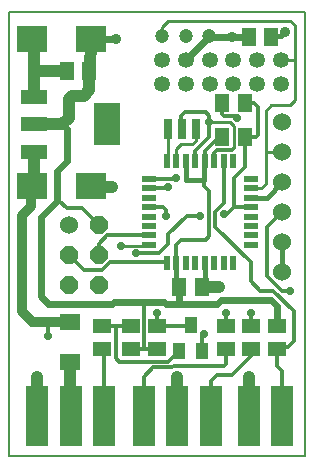
<source format=gtl>
G75*
%MOIN*%
%OFA0B0*%
%FSLAX24Y24*%
%IPPOS*%
%LPD*%
%AMOC8*
5,1,8,0,0,1.08239X$1,22.5*
%
%ADD10C,0.0080*%
%ADD11R,0.0512X0.0591*%
%ADD12R,0.0276X0.0669*%
%ADD13R,0.0220X0.0500*%
%ADD14R,0.0500X0.0220*%
%ADD15C,0.0600*%
%ADD16R,0.0709X0.0551*%
%ADD17R,0.0591X0.0512*%
%ADD18R,0.1024X0.0866*%
%ADD19R,0.0394X0.0551*%
%ADD20R,0.0720X0.2000*%
%ADD21R,0.0880X0.0480*%
%ADD22R,0.0866X0.1417*%
%ADD23C,0.0472*%
%ADD24C,0.0531*%
%ADD25OC8,0.0600*%
%ADD26C,0.0160*%
%ADD27C,0.0100*%
%ADD28C,0.0400*%
%ADD29C,0.0356*%
%ADD30C,0.0120*%
%ADD31C,0.0277*%
%ADD32C,0.0240*%
%ADD33C,0.0320*%
D10*
X003400Y002400D02*
X013264Y002400D01*
X013264Y017194D01*
X003400Y017194D01*
X003400Y002400D01*
D11*
X009088Y008025D03*
X009837Y008025D03*
X010526Y013025D03*
X011274Y013025D03*
X011274Y014150D03*
X010526Y014150D03*
X011403Y016355D03*
X012151Y016355D03*
X006087Y015213D03*
X005338Y015213D03*
D12*
X008703Y013275D03*
X009175Y013275D03*
X009647Y013275D03*
D13*
X009618Y012215D03*
X009932Y012215D03*
X010247Y012215D03*
X010562Y012215D03*
X010877Y012215D03*
X009303Y012215D03*
X008988Y012215D03*
X008673Y012215D03*
X008673Y008835D03*
X008988Y008835D03*
X009303Y008835D03*
X009618Y008835D03*
X009932Y008835D03*
X010247Y008835D03*
X010562Y008835D03*
X010877Y008835D03*
D14*
X011465Y009423D03*
X011465Y009738D03*
X011465Y010053D03*
X011465Y010368D03*
X011465Y010682D03*
X011465Y010997D03*
X011465Y011312D03*
X011465Y011627D03*
X008085Y011627D03*
X008085Y011312D03*
X008085Y010997D03*
X008085Y010682D03*
X008085Y010368D03*
X008085Y010053D03*
X008085Y009738D03*
X008085Y009423D03*
D15*
X005400Y010088D03*
X012525Y010525D03*
X012525Y011525D03*
X012525Y012525D03*
X012525Y013525D03*
X012525Y009525D03*
X012525Y008525D03*
D16*
X005450Y006870D03*
X005450Y005531D03*
D17*
X006525Y005963D03*
X007463Y005963D03*
X007463Y006712D03*
X006525Y006712D03*
X008338Y006712D03*
X008338Y005963D03*
X010650Y005963D03*
X010650Y006712D03*
X011463Y006712D03*
X012338Y006712D03*
X012338Y005963D03*
X011463Y005963D03*
D18*
X006134Y011374D03*
X004166Y011374D03*
X004166Y016288D03*
X006135Y016288D03*
D19*
X009463Y006771D03*
X009837Y005904D03*
X009088Y005904D03*
D20*
X009025Y003713D03*
X007900Y003713D03*
X006588Y003713D03*
X005463Y003713D03*
X004338Y003713D03*
X010150Y003713D03*
X011400Y003713D03*
X012525Y003713D03*
D21*
X004243Y012534D03*
X004243Y013444D03*
X004243Y014354D03*
D22*
X006683Y013444D03*
D23*
X008517Y016381D03*
X009304Y016381D03*
X010091Y016381D03*
D24*
X010100Y015588D03*
X010887Y015588D03*
X011675Y015588D03*
X012462Y015588D03*
X012462Y014800D03*
X011675Y014800D03*
X010887Y014800D03*
X010100Y014800D03*
X009312Y014800D03*
X008525Y014800D03*
X008525Y015588D03*
X009312Y015588D03*
D25*
X006400Y010088D03*
X006400Y009088D03*
X005400Y009088D03*
X005400Y008088D03*
X006400Y008088D03*
D26*
X008988Y008025D02*
X009088Y008025D01*
X009025Y008024D01*
X008988Y008025D02*
X008988Y008835D01*
X009932Y008835D02*
X009932Y008025D01*
X009837Y008025D01*
X012525Y008525D02*
X012525Y009525D01*
X011997Y010997D02*
X011465Y010997D01*
X011997Y010997D02*
X012525Y011525D01*
X009900Y011588D02*
X009303Y011588D01*
X009303Y012215D01*
X009900Y012183D02*
X009900Y011588D01*
X009900Y012183D02*
X009932Y012215D01*
X011385Y016338D02*
X011403Y016355D01*
X012151Y016355D02*
X012196Y016400D01*
X012494Y016400D01*
X012619Y016525D01*
X006135Y016288D02*
X006117Y016275D01*
D27*
X008517Y016381D02*
X008517Y016704D01*
X008713Y016900D01*
X012775Y016900D01*
X012931Y016744D01*
X012931Y015588D01*
X012462Y015588D01*
X012931Y015588D02*
X012931Y014244D01*
X012775Y014088D01*
X012150Y014088D01*
X011963Y013900D01*
X011963Y012525D01*
X012525Y012525D01*
X011963Y012525D02*
X011963Y011463D01*
X011812Y011312D01*
X011465Y011312D01*
X009932Y012215D02*
X009932Y012432D01*
X009525Y012775D02*
X009650Y012900D01*
X009650Y013272D01*
X009647Y013275D01*
X010088Y013525D02*
X010775Y013525D01*
X010900Y013400D01*
X010900Y012650D01*
X009525Y012775D02*
X009150Y012775D01*
X008988Y012613D01*
X008988Y012215D01*
X008703Y012245D02*
X008703Y013275D01*
X009150Y013300D02*
X009175Y013275D01*
X008703Y012245D02*
X008673Y012215D01*
X008062Y009400D02*
X007150Y009400D01*
D28*
X006838Y011338D02*
X006066Y011338D01*
X006134Y011374D01*
X004243Y011483D02*
X004243Y012534D01*
X004243Y013444D02*
X005194Y013444D01*
X005400Y013650D01*
X005400Y014275D01*
X005525Y014400D01*
X005900Y014400D01*
X006087Y014587D01*
X006087Y015213D01*
X006104Y015230D01*
X006135Y016288D01*
X005338Y015213D02*
X004305Y015213D01*
X004243Y015275D01*
X004243Y016181D01*
X004166Y016288D01*
X004243Y015275D02*
X004243Y015200D01*
X004243Y014354D01*
X004243Y011483D02*
X004166Y011374D01*
X004150Y011359D01*
X004166Y011374D02*
X004118Y011358D01*
X009932Y008025D02*
X010400Y008025D01*
X011400Y005025D02*
X011400Y003713D01*
X009025Y003713D02*
X009025Y005025D01*
X005463Y003713D02*
X005456Y003719D01*
X005450Y005531D01*
X004338Y005025D02*
X004338Y003713D01*
D29*
X004338Y005025D03*
X009025Y005025D03*
X011400Y005025D03*
X010400Y008025D03*
X004275Y015213D03*
X006963Y016275D03*
X010838Y016338D03*
X012619Y016525D03*
D30*
X011588Y014150D02*
X011274Y014150D01*
X011588Y014150D02*
X011713Y014025D01*
X011713Y013088D01*
X011650Y013025D01*
X011274Y013025D01*
X011275Y013024D01*
X011275Y012025D01*
X010900Y011650D01*
X010900Y010682D01*
X010680Y010463D01*
X010588Y010463D01*
X010275Y010525D02*
X010562Y010812D01*
X010562Y012215D01*
X010247Y012215D02*
X010247Y012497D01*
X010338Y012588D01*
X010838Y012588D01*
X010900Y012650D01*
X010526Y013025D02*
X010463Y013088D01*
X009932Y012557D01*
X009932Y012432D01*
X009618Y012555D02*
X009618Y012215D01*
X009618Y012555D02*
X010088Y013025D01*
X010088Y013525D01*
X010088Y013713D01*
X009963Y013838D01*
X009275Y013838D01*
X009150Y013713D01*
X009150Y013300D01*
X010526Y013774D02*
X010526Y014150D01*
X010526Y013774D02*
X010588Y013713D01*
X010963Y013713D01*
X011025Y013650D01*
X008963Y011650D02*
X008940Y011627D01*
X008085Y011627D01*
X008085Y011312D02*
X008687Y011312D01*
X008713Y011338D01*
X008555Y010682D02*
X008085Y010682D01*
X008555Y010682D02*
X008650Y010588D01*
X008650Y010400D01*
X008713Y009775D02*
X009338Y010400D01*
X009775Y010400D01*
X010275Y010525D02*
X010275Y010025D01*
X011463Y008838D01*
X011463Y008213D01*
X011775Y007900D01*
X012213Y007900D01*
X012900Y007213D01*
X012900Y006213D01*
X012713Y006025D01*
X012399Y006025D01*
X012338Y005963D01*
X012276Y006025D01*
X012338Y005963D02*
X012338Y005400D01*
X012525Y005213D01*
X012525Y003713D01*
X010838Y005088D02*
X011463Y005713D01*
X011463Y005963D01*
X011463Y006712D02*
X011463Y007150D01*
X010650Y007150D02*
X010650Y006712D01*
X009900Y006463D02*
X009837Y006399D01*
X009837Y005904D01*
X009088Y005904D02*
X008709Y005525D01*
X007088Y005525D01*
X006963Y005650D01*
X006963Y006712D01*
X007463Y006712D01*
X006963Y006712D02*
X006525Y006712D01*
X006525Y005963D02*
X006588Y005776D01*
X006588Y003713D01*
X007900Y003713D02*
X007900Y005025D01*
X008213Y005338D01*
X008838Y005338D01*
X008900Y005400D01*
X010588Y005400D01*
X010650Y005463D01*
X010650Y005963D01*
X009463Y006771D02*
X009403Y006712D01*
X008338Y006712D01*
X008338Y007150D01*
X007900Y007525D02*
X007895Y007520D01*
X007895Y005963D01*
X008338Y005963D01*
X007895Y005963D02*
X007463Y005963D01*
X004713Y006400D02*
X004713Y006807D01*
X004775Y006870D01*
X005900Y008588D02*
X006525Y008588D01*
X006775Y008838D01*
X008670Y008838D01*
X008673Y008835D01*
X008988Y008835D02*
X008988Y009425D01*
X009150Y009588D01*
X009963Y009588D01*
X010088Y009713D01*
X010088Y011213D01*
X009900Y011400D01*
X009900Y011588D01*
X010900Y010682D02*
X011465Y010682D01*
X012025Y010025D02*
X012525Y010525D01*
X012025Y010025D02*
X012025Y008400D01*
X012525Y007900D01*
X012775Y007900D01*
X010838Y005088D02*
X010338Y005088D01*
X010150Y004900D01*
X010150Y003713D01*
X005900Y008588D02*
X005400Y009088D01*
X006400Y009088D02*
X006400Y009463D01*
X006675Y009738D01*
X008085Y009738D01*
X008085Y009423D02*
X008062Y009400D01*
X008400Y009150D02*
X008713Y009463D01*
X008713Y009775D01*
X008400Y009150D02*
X007650Y009150D01*
X006400Y010088D02*
X005838Y010650D01*
X005338Y010650D01*
X005088Y010900D01*
X005025Y010900D01*
X004262Y015200D02*
X004275Y015213D01*
X004262Y015200D02*
X004243Y015200D01*
D31*
X008963Y011650D03*
X008713Y011338D03*
X008650Y010400D03*
X009775Y010400D03*
X010588Y010463D03*
X007650Y009150D03*
X007150Y009400D03*
X006838Y011338D03*
X010088Y013525D03*
X011025Y013650D03*
X012775Y007900D03*
X011463Y007150D03*
X010650Y007150D03*
X009900Y006463D03*
X008338Y007150D03*
X004713Y006400D03*
D32*
X004713Y007463D02*
X004463Y007713D01*
X004463Y010338D01*
X005025Y010900D01*
X005025Y011900D01*
X005338Y012213D01*
X005338Y013300D01*
X005194Y013444D01*
X006117Y016275D02*
X006963Y016275D01*
X009312Y015602D02*
X009312Y015588D01*
X009312Y015602D02*
X010091Y016381D01*
X010135Y016338D01*
X010838Y016338D01*
X011385Y016338D01*
X009088Y008025D02*
X009088Y007526D01*
X009025Y007463D01*
X008650Y007463D01*
X008588Y007525D01*
X007900Y007525D01*
X006900Y007525D01*
X006838Y007463D01*
X004713Y007463D01*
X009025Y007463D02*
X010338Y007463D01*
X010463Y007588D01*
X012150Y007588D01*
X012338Y007400D01*
X012338Y006712D01*
D33*
X005450Y006870D02*
X004775Y006870D01*
X004180Y006870D01*
X003838Y007213D01*
X003838Y010400D01*
X004150Y010713D01*
X004150Y011359D01*
M02*

</source>
